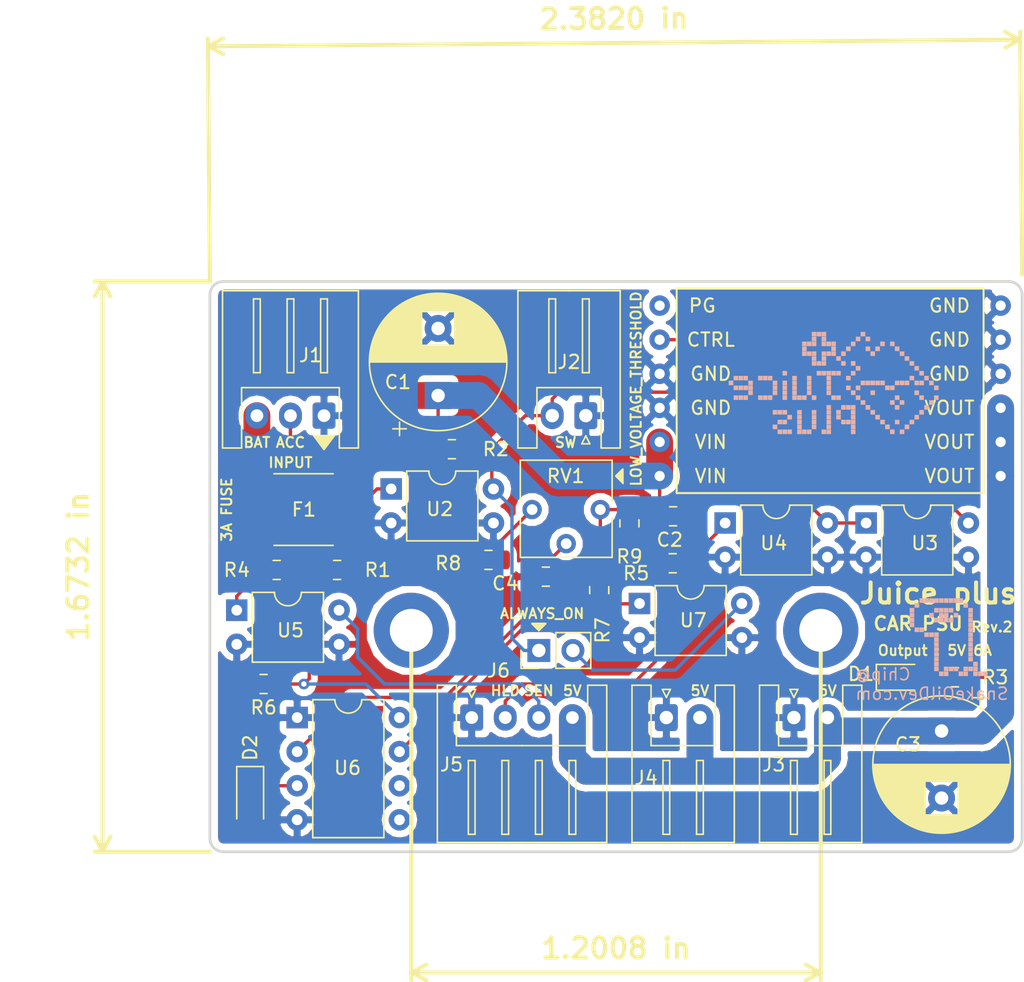
<source format=kicad_pcb>
(kicad_pcb (version 20171130) (host pcbnew 5.1.9+dfsg1-1)
  (layers (0 F.Cu signal) (31 B.Cu signal) (34 B.Paste user) (35 F.Paste user) (36 B.SilkS user) (37 F.SilkS user) (38 B.Mask user) (39 F.Mask user) (44 Edge.Cuts user))
  (net 0 "")
  (net 1 GND)
  (net 2 VCC)
  (net 3 VOUT)
  (net 4 "Net-(D1-Pad2)")
  (net 5 "Net-(F1-Pad2)")
  (net 6 V_ACC)
  (net 7 SW)
  (net 8 SELF_PWR)
  (net 9 PWR_SENSE)
  (net 10 "Net-(R1-Pad1)")
  (net 11 "Net-(R4-Pad1)")
  (net 12 "Net-(R5-Pad1)")
  (net 13 "Net-(U1-Pad1)")
  (net 14 EN)
  (net 15 "Net-(D2-Pad1)")
  (net 16 "Net-(J6-Pad2)")
  (net 17 "Net-(R7-Pad1)")
  (net 18 "Net-(RV1-Pad2)")
  (net 19 "Net-(U6-Pad5)")
  (net 20 "Net-(U6-Pad6)")
  (net 21 "Net-(R8-Pad1)")
  (net 22 "Net-(C4-Pad1)")
  (module Resistor_SMD:R_0805_2012Metric_Pad1.15x1.40mm_HandSolder (layer F.Cu) (at 129.475 66 180)
    (fp_text reference R5 (at 2.725 -0.75 180) (layer F.SilkS))
    (fp_text value 1K)
    (pad 2 smd roundrect (at 1.025 0 180) (size 1.15 1.4) (layers F.Cu F.Paste F.Mask) (roundrect_rratio 0.217391) (net 8 SELF_PWR))
    (pad 1 smd roundrect (at -1.025 0 180) (size 1.15 1.4) (layers F.Cu F.Paste F.Mask) (roundrect_rratio 0.217391) (net 12 "Net-(R5-Pad1)"))
  )
  (module LED_SMD:LED_0805_2012Metric_Pad1.15x1.40mm_HandSolder (layer F.Cu) (at 146.5 74.5)
    (fp_text reference D1 (at -3 -0.25) (layer F.SilkS))
    (fp_text value LED)
    (pad 1 smd roundrect (at -1.025 0) (size 1.15 1.4) (layers F.Cu F.Paste F.Mask) (roundrect_rratio 0.217391) (net 1 GND))
    (pad 2 smd roundrect (at 1.025 0) (size 1.15 1.4) (layers F.Cu F.Paste F.Mask) (roundrect_rratio 0.217391) (net 4 "Net-(D1-Pad2)"))
  )
  (module Fuse:Fuse_2920_7451Metric_Pad2.10x5.45mm_HandSolder (layer F.Cu) (at 101.975 62 180)
    (fp_text reference F1 (at -0.025 0 180) (layer F.SilkS))
    (fp_text value Fuse)
    (pad 1 smd roundrect (at -3.475 0 180) (size 2.1 5.45) (layers F.Cu F.Paste F.Mask) (roundrect_rratio 0.119048) (net 2 VCC))
    (pad 2 smd roundrect (at 3.475 0 180) (size 2.1 5.45) (layers F.Cu F.Paste F.Mask) (roundrect_rratio 0.119048) (net 5 "Net-(F1-Pad2)"))
  )
  (module Connector_JST:JST_XH_S03B-XH-A_1x03_P2.50mm_Horizontal (layer F.Cu) (at 103.5 55 180)
    (fp_text reference J1 (at 1 4.5 180) (layer F.SilkS))
    (fp_text value PWR_IN)
    (pad 1 thru_hole roundrect (at 0 0 180) (size 1.7 1.95) (drill 0.95) (layers *.Cu *.Mask) (roundrect_rratio 0.147059) (net 1 GND))
    (pad 2 thru_hole oval (at 2.5 0 180) (size 1.7 1.95) (drill 0.95) (layers *.Cu *.Mask) (net 6 V_ACC))
    (pad 3 thru_hole oval (at 5 0 180) (size 1.7 1.95) (drill 0.95) (layers *.Cu *.Mask) (net 5 "Net-(F1-Pad2)"))
  )
  (module Connector_JST:JST_XH_S02B-XH-A_1x02_P2.50mm_Horizontal (layer F.Cu) (at 123 55 180)
    (fp_text reference J2 (at 1.25 4 180) (layer F.SilkS))
    (fp_text value SW)
    (pad 1 thru_hole roundrect (at 0 0 180) (size 1.7 2) (drill 1) (layers *.Cu *.Mask) (roundrect_rratio 0.147059) (net 1 GND))
    (pad 2 thru_hole oval (at 2.5 0 180) (size 1.7 2) (drill 1) (layers *.Cu *.Mask) (net 7 SW))
  )
  (module Connector_JST:JST_XH_S02B-XH-A_1x02_P2.50mm_Horizontal (layer F.Cu) (at 138.5 77.5)
    (fp_text reference J3 (at -1.5 3.5) (layer F.SilkS))
    (fp_text value VOUT_1)
    (pad 2 thru_hole oval (at 2.5 0) (size 1.7 2) (drill 1) (layers *.Cu *.Mask) (net 3 VOUT))
    (pad 1 thru_hole roundrect (at 0 0) (size 1.7 2) (drill 1) (layers *.Cu *.Mask) (roundrect_rratio 0.147059) (net 1 GND))
  )
  (module Connector_JST:JST_XH_S02B-XH-A_1x02_P2.50mm_Horizontal (layer F.Cu) (at 129 77.5)
    (fp_text reference J4 (at -1.5 4.5) (layer F.SilkS))
    (fp_text value VOUT_2)
    (pad 1 thru_hole roundrect (at 0 0) (size 1.7 2) (drill 1) (layers *.Cu *.Mask) (roundrect_rratio 0.147059) (net 1 GND))
    (pad 2 thru_hole oval (at 2.5 0) (size 1.7 2) (drill 1) (layers *.Cu *.Mask) (net 3 VOUT))
  )
  (module Connector_JST:JST_XH_S04B-XH-A_1x04_P2.50mm_Horizontal (layer F.Cu) (at 114.5 77.5)
    (fp_text reference J5 (at -1.5 3.5) (layer F.SilkS))
    (fp_text value VOUT_0)
    (pad 1 thru_hole roundrect (at 0 0) (size 1.7 1.95) (drill 0.95) (layers *.Cu *.Mask) (roundrect_rratio 0.147059) (net 1 GND))
    (pad 2 thru_hole oval (at 2.5 0) (size 1.7 1.95) (drill 0.95) (layers *.Cu *.Mask) (net 8 SELF_PWR))
    (pad 3 thru_hole oval (at 5 0) (size 1.7 1.95) (drill 0.95) (layers *.Cu *.Mask) (net 9 PWR_SENSE))
    (pad 4 thru_hole oval (at 7.5 0) (size 1.7 1.95) (drill 0.95) (layers *.Cu *.Mask) (net 3 VOUT))
  )
  (module Resistor_SMD:R_0805_2012Metric_Pad1.15x1.40mm_HandSolder (layer F.Cu) (at 104.475 66.5 180)
    (fp_text reference R1 (at -3.025 0 180) (layer F.SilkS))
    (fp_text value 4K7)
    (pad 2 smd roundrect (at 1.025 0 180) (size 1.15 1.4) (layers F.Cu F.Paste F.Mask) (roundrect_rratio 0.217391) (net 6 V_ACC))
    (pad 1 smd roundrect (at -1.025 0 180) (size 1.15 1.4) (layers F.Cu F.Paste F.Mask) (roundrect_rratio 0.217391) (net 10 "Net-(R1-Pad1)"))
  )
  (module Resistor_SMD:R_0805_2012Metric_Pad1.15x1.40mm_HandSolder (layer F.Cu) (at 113.025 57.5)
    (fp_text reference R2 (at 3.275 0) (layer F.SilkS))
    (fp_text value 4K7)
    (pad 1 smd roundrect (at -1.025 0) (size 1.15 1.4) (layers F.Cu F.Paste F.Mask) (roundrect_rratio 0.217391) (net 2 VCC))
    (pad 2 smd roundrect (at 1.025 0) (size 1.15 1.4) (layers F.Cu F.Paste F.Mask) (roundrect_rratio 0.217391) (net 7 SW))
  )
  (module Resistor_SMD:R_0805_2012Metric_Pad1.15x1.40mm_HandSolder (layer F.Cu) (at 150.5 74.5)
    (fp_text reference R3 (at 3 0) (layer F.SilkS))
    (fp_text value 4K7)
    (pad 1 smd roundrect (at -1.025 0) (size 1.15 1.4) (layers F.Cu F.Paste F.Mask) (roundrect_rratio 0.217391) (net 4 "Net-(D1-Pad2)"))
    (pad 2 smd roundrect (at 1.025 0) (size 1.15 1.4) (layers F.Cu F.Paste F.Mask) (roundrect_rratio 0.217391) (net 3 VOUT))
  )
  (module Resistor_SMD:R_0805_2012Metric_Pad1.15x1.40mm_HandSolder (layer F.Cu) (at 99.975 66.5)
    (fp_text reference R4 (at -2.975 0) (layer F.SilkS))
    (fp_text value 4K7)
    (pad 1 smd roundrect (at -1.025 0) (size 1.15 1.4) (layers F.Cu F.Paste F.Mask) (roundrect_rratio 0.217391) (net 11 "Net-(R4-Pad1)"))
    (pad 2 smd roundrect (at 1.025 0) (size 1.15 1.4) (layers F.Cu F.Paste F.Mask) (roundrect_rratio 0.217391) (net 6 V_ACC))
  )
  (module custom-footprints:buck-converter-akizuki-6A (layer F.Cu) (at 151.36 59.5)
    (fp_text reference U1 hide)
    (fp_text value buck-converter-akizuki-6A)
    (fp_text user PG (at -19.685 -12.7) (layer F.SilkS))
    (fp_text user CTRL (at -19.05 -10.16) (layer F.SilkS))
    (fp_text user GND (at -19.05 -7.62) (layer F.SilkS))
    (fp_text user GND (at -19.05 -5.08) (layer F.SilkS))
    (fp_text user VIN (at -19.05 -2.54) (layer F.SilkS))
    (fp_text user VIN (at -19.05 0) (layer F.SilkS))
    (fp_text user GND (at -1.27 -12.7) (layer F.SilkS))
    (fp_text user GND (at -1.27 -10.16) (layer F.SilkS))
    (fp_text user GND (at -1.27 -7.62) (layer F.SilkS))
    (fp_text user VOUT (at -1.27 -5.08) (layer F.SilkS))
    (fp_text user VOUT (at -1.27 -2.54) (layer F.SilkS))
    (fp_text user VOUT (at -1.27 0) (layer F.SilkS))
    (pad 1 thru_hole circle (at -22.86 -12.7) (size 1.524 1.524) (drill 0.762) (layers *.Cu *.Mask) (net 13 "Net-(U1-Pad1)"))
    (pad 2 thru_hole circle (at -22.86 -10.16) (size 1.524 1.524) (drill 0.762) (layers *.Cu *.Mask) (net 14 EN))
    (pad 3 thru_hole circle (at -22.86 -7.62) (size 1.524 1.524) (drill 0.762) (layers *.Cu *.Mask) (net 1 GND))
    (pad 4 thru_hole circle (at -22.86 -5.08) (size 1.524 1.524) (drill 0.762) (layers *.Cu *.Mask) (net 1 GND))
    (pad 5 thru_hole circle (at -22.86 -2.54) (size 1.524 1.524) (drill 0.762) (layers *.Cu *.Mask) (net 2 VCC))
    (pad 6 thru_hole circle (at -22.86 0) (size 1.524 1.524) (drill 0.762) (layers *.Cu *.Mask) (net 2 VCC))
    (pad 7 thru_hole circle (at 2.54 -12.7) (size 1.524 1.524) (drill 0.762) (layers *.Cu *.Mask) (net 1 GND))
    (pad 8 thru_hole circle (at 2.54 -10.16) (size 1.524 1.524) (drill 0.762) (layers *.Cu *.Mask) (net 1 GND))
    (pad 9 thru_hole circle (at 2.54 -7.62) (size 1.524 1.524) (drill 0.762) (layers *.Cu *.Mask) (net 1 GND))
    (pad 10 thru_hole circle (at 2.54 -5.08) (size 1.524 1.524) (drill 0.762) (layers *.Cu *.Mask) (net 3 VOUT))
    (pad 11 thru_hole circle (at 2.54 -2.54) (size 1.524 1.524) (drill 0.762) (layers *.Cu *.Mask) (net 3 VOUT))
    (pad 12 thru_hole circle (at 2.54 0) (size 1.524 1.524) (drill 0.762) (layers *.Cu *.Mask) (net 3 VOUT))
  )
  (module Package_DIP:DIP-4_W7.62mm (layer F.Cu) (at 108.5 60.46)
    (fp_text reference U2 (at 3.62 1.5) (layer F.SilkS))
    (fp_text value TLP785)
    (pad 4 thru_hole oval (at 7.62 0) (size 1.6 1.6) (drill 0.8) (layers *.Cu *.Mask) (net 7 SW))
    (pad 2 thru_hole oval (at 0 2.54) (size 1.6 1.6) (drill 0.8) (layers *.Cu *.Mask) (net 1 GND))
    (pad 3 thru_hole oval (at 7.62 2.54) (size 1.6 1.6) (drill 0.8) (layers *.Cu *.Mask) (net 1 GND))
    (pad 1 thru_hole rect (at 0 0) (size 1.6 1.6) (drill 0.8) (layers *.Cu *.Mask) (net 10 "Net-(R1-Pad1)"))
  )
  (module Package_DIP:DIP-4_W7.62mm (layer F.Cu) (at 143.88 63)
    (fp_text reference U3 (at 4.37 1.5) (layer F.SilkS))
    (fp_text value TLP785)
    (pad 1 thru_hole rect (at 0 0) (size 1.6 1.6) (drill 0.8) (layers *.Cu *.Mask) (net 7 SW))
    (pad 3 thru_hole oval (at 7.62 2.54) (size 1.6 1.6) (drill 0.8) (layers *.Cu *.Mask) (net 1 GND))
    (pad 2 thru_hole oval (at 0 2.54) (size 1.6 1.6) (drill 0.8) (layers *.Cu *.Mask) (net 1 GND))
    (pad 4 thru_hole oval (at 7.62 0) (size 1.6 1.6) (drill 0.8) (layers *.Cu *.Mask) (net 14 EN))
  )
  (module Package_DIP:DIP-4_W7.62mm (layer F.Cu) (at 133.38 63)
    (fp_text reference U4 (at 3.62 1.5) (layer F.SilkS))
    (fp_text value TLP785)
    (pad 1 thru_hole rect (at 0 0) (size 1.6 1.6) (drill 0.8) (layers *.Cu *.Mask) (net 12 "Net-(R5-Pad1)"))
    (pad 3 thru_hole oval (at 7.62 2.54) (size 1.6 1.6) (drill 0.8) (layers *.Cu *.Mask) (net 1 GND))
    (pad 2 thru_hole oval (at 0 2.54) (size 1.6 1.6) (drill 0.8) (layers *.Cu *.Mask) (net 1 GND))
    (pad 4 thru_hole oval (at 7.62 0) (size 1.6 1.6) (drill 0.8) (layers *.Cu *.Mask) (net 7 SW))
  )
  (module Package_DIP:DIP-4_W7.62mm (layer F.Cu) (at 97 69.5)
    (fp_text reference U5 (at 4 1.5) (layer F.SilkS))
    (fp_text value TLP785)
    (pad 4 thru_hole oval (at 7.62 0) (size 1.6 1.6) (drill 0.8) (layers *.Cu *.Mask) (net 9 PWR_SENSE))
    (pad 2 thru_hole oval (at 0 2.54) (size 1.6 1.6) (drill 0.8) (layers *.Cu *.Mask) (net 1 GND))
    (pad 3 thru_hole oval (at 7.62 2.54) (size 1.6 1.6) (drill 0.8) (layers *.Cu *.Mask) (net 1 GND))
    (pad 1 thru_hole rect (at 0 0) (size 1.6 1.6) (drill 0.8) (layers *.Cu *.Mask) (net 11 "Net-(R4-Pad1)"))
  )
  (module MountingHole:MountingHole_3.2mm_M3_DIN965_Pad (layer F.Cu) (at 110 71)
    (fp_text reference REF** hide)
    (fp_text value MountingHole_3.2mm_M3_DIN965_Pad hide)
    (pad 1 thru_hole circle (at 0 0) (size 5.6 5.6) (drill 3.2) (layers *.Cu *.Mask))
  )
  (module MountingHole:MountingHole_3.2mm_M3_DIN965_Pad (layer F.Cu) (at 140.5 71)
    (fp_text reference REF** hide)
    (fp_text value MountingHole_3.2mm_M3_DIN965_Pad hide)
    (pad 1 thru_hole circle (at 0 0) (size 5.6 5.6) (drill 3.2) (layers *.Cu *.Mask))
  )
  (module Capacitor_SMD:C_0805_2012Metric_Pad1.15x1.40mm_HandSolder (layer F.Cu) (at 129.5 62.5)
    (fp_text reference C2 (at -0.25 1.75) (layer F.SilkS))
    (fp_text value 100n)
    (pad 1 smd roundrect (at -1.025 0) (size 1.15 1.4) (layers F.Cu F.Paste F.Mask) (roundrect_rratio 0.217391) (net 2 VCC))
    (pad 2 smd roundrect (at 1.025 0) (size 1.15 1.4) (layers F.Cu F.Paste F.Mask) (roundrect_rratio 0.217391) (net 1 GND))
  )
  (module Capacitor_THT:CP_Radial_D10.0mm_P5.00mm (layer F.Cu) (at 112 53.5 90)
    (fp_text reference C1 (at 1 -3 180) (layer F.SilkS))
    (fp_text value CP)
    (pad 2 thru_hole circle (at 5 0 90) (size 2 2) (drill 1) (layers *.Cu *.Mask) (net 1 GND))
    (pad 1 thru_hole rect (at 0 0 90) (size 2 2) (drill 1) (layers *.Cu *.Mask) (net 2 VCC))
  )
  (module Capacitor_THT:CP_Radial_D10.0mm_P5.00mm (layer F.Cu) (at 149.5 78.5 270)
    (fp_text reference C3 (at 1 2.5) (layer F.SilkS))
    (fp_text value CP)
    (pad 1 thru_hole rect (at 0 0 270) (size 2 2) (drill 1) (layers *.Cu *.Mask) (net 3 VOUT))
    (pad 2 thru_hole circle (at 5 0 270) (size 2 2) (drill 1) (layers *.Cu *.Mask) (net 1 GND))
  )
  (module Diode_SMD:D_SOD-123 (layer F.Cu) (at 98 83.4 270)
    (fp_text reference D2 (at -3.65 0 270) (layer F.SilkS))
    (fp_text value D_Zener_ALT)
    (pad 1 smd rect (at -1.65 0 270) (size 0.9 1.2) (layers F.Cu F.Paste F.Mask) (net 15 "Net-(D2-Pad1)"))
    (pad 2 smd rect (at 1.65 0 270) (size 0.9 1.2) (layers F.Cu F.Paste F.Mask) (net 1 GND))
  )
  (module Connector_PinHeader_2.54mm:PinHeader_1x02_P2.54mm_Vertical (layer F.Cu) (at 119.5 72.5 90)
    (fp_text reference J6 (at -1.5 -3 180) (layer F.SilkS))
    (fp_text value ALWAYS_ON)
    (pad 1 thru_hole rect (at 0 0 90) (size 1.7 1.7) (drill 1) (layers *.Cu *.Mask) (net 7 SW))
    (pad 2 thru_hole oval (at 0 2.54 90) (size 1.7 1.7) (drill 1) (layers *.Cu *.Mask) (net 16 "Net-(J6-Pad2)"))
  )
  (module Resistor_SMD:R_0805_2012Metric_Pad1.15x1.40mm_HandSolder (layer F.Cu) (at 99 75)
    (fp_text reference R6 (at 0 1.75) (layer F.SilkS))
    (fp_text value 10K)
    (pad 2 smd roundrect (at 1.025 0) (size 1.15 1.4) (layers F.Cu F.Paste F.Mask) (roundrect_rratio 0.217391) (net 2 VCC))
    (pad 1 smd roundrect (at -1.025 0) (size 1.15 1.4) (layers F.Cu F.Paste F.Mask) (roundrect_rratio 0.217391) (net 15 "Net-(D2-Pad1)"))
  )
  (module Resistor_SMD:R_0805_2012Metric_Pad1.15x1.40mm_HandSolder (layer F.Cu) (at 124 68 90)
    (fp_text reference R7 (at -3 0.25 90) (layer F.SilkS))
    (fp_text value 4K7)
    (pad 1 smd roundrect (at -1.025 0 90) (size 1.15 1.4) (layers F.Cu F.Paste F.Mask) (roundrect_rratio 0.217391) (net 17 "Net-(R7-Pad1)"))
    (pad 2 smd roundrect (at 1.025 0 90) (size 1.15 1.4) (layers F.Cu F.Paste F.Mask) (roundrect_rratio 0.217391) (net 2 VCC))
  )
  (module Potentiometer_THT:Potentiometer_Vishay_T73YP_Vertical (layer F.Cu) (at 119 62 270)
    (fp_text reference RV1 (at -2.5 -2.5) (layer F.SilkS))
    (fp_text value 1K)
    (pad 3 thru_hole circle (at 0 -5.08 270) (size 1.44 1.44) (drill 0.8) (layers *.Cu *.Mask) (net 22 "Net-(C4-Pad1)"))
    (pad 2 thru_hole circle (at 2.54 -2.54 270) (size 1.44 1.44) (drill 0.8) (layers *.Cu *.Mask) (net 18 "Net-(RV1-Pad2)"))
    (pad 1 thru_hole circle (at 0 0 270) (size 1.44 1.44) (drill 0.8) (layers *.Cu *.Mask) (net 21 "Net-(R8-Pad1)"))
  )
  (module Package_DIP:DIP-8_W7.62mm (layer F.Cu) (at 101.5 77.5)
    (fp_text reference U6 (at 3.75 3.75) (layer F.SilkS))
    (fp_text value LM311)
    (pad 1 thru_hole rect (at 0 0) (size 1.6 1.6) (drill 0.8) (layers *.Cu *.Mask) (net 1 GND))
    (pad 5 thru_hole oval (at 7.62 7.62) (size 1.6 1.6) (drill 0.8) (layers *.Cu *.Mask) (net 19 "Net-(U6-Pad5)"))
    (pad 2 thru_hole oval (at 0 2.54) (size 1.6 1.6) (drill 0.8) (layers *.Cu *.Mask) (net 18 "Net-(RV1-Pad2)"))
    (pad 6 thru_hole oval (at 7.62 5.08) (size 1.6 1.6) (drill 0.8) (layers *.Cu *.Mask) (net 20 "Net-(U6-Pad6)"))
    (pad 3 thru_hole oval (at 0 5.08) (size 1.6 1.6) (drill 0.8) (layers *.Cu *.Mask) (net 15 "Net-(D2-Pad1)"))
    (pad 7 thru_hole oval (at 7.62 2.54) (size 1.6 1.6) (drill 0.8) (layers *.Cu *.Mask) (net 17 "Net-(R7-Pad1)"))
    (pad 4 thru_hole oval (at 0 7.62) (size 1.6 1.6) (drill 0.8) (layers *.Cu *.Mask) (net 1 GND))
    (pad 8 thru_hole oval (at 7.62 0) (size 1.6 1.6) (drill 0.8) (layers *.Cu *.Mask) (net 2 VCC))
  )
  (module Package_DIP:DIP-4_W7.62mm (layer F.Cu) (at 127 69)
    (fp_text reference U7 (at 4 1.25) (layer F.SilkS))
    (fp_text value TLP785)
    (pad 1 thru_hole rect (at 0 0) (size 1.6 1.6) (drill 0.8) (layers *.Cu *.Mask) (net 17 "Net-(R7-Pad1)"))
    (pad 3 thru_hole oval (at 7.62 2.54) (size 1.6 1.6) (drill 0.8) (layers *.Cu *.Mask) (net 1 GND))
    (pad 2 thru_hole oval (at 0 2.54) (size 1.6 1.6) (drill 0.8) (layers *.Cu *.Mask) (net 1 GND))
    (pad 4 thru_hole oval (at 7.62 0) (size 1.6 1.6) (drill 0.8) (layers *.Cu *.Mask) (net 16 "Net-(J6-Pad2)"))
  )
  (module Resistor_SMD:R_0805_2012Metric_Pad1.15x1.40mm_HandSolder (layer F.Cu) (at 115.75 65.75 180)
    (fp_text reference R8 (at 3 -0.25 180) (layer F.SilkS))
    (fp_text value 10K)
    (pad 2 smd roundrect (at 1.025 0 180) (size 1.15 1.4) (layers F.Cu F.Paste F.Mask) (roundrect_rratio 0.217391) (net 1 GND))
    (pad 1 smd roundrect (at -1.025 0 180) (size 1.15 1.4) (layers F.Cu F.Paste F.Mask) (roundrect_rratio 0.217391) (net 21 "Net-(R8-Pad1)"))
  )
  (module Resistor_SMD:R_0805_2012Metric_Pad1.15x1.40mm_HandSolder (layer F.Cu) (at 126.25 63.025 90)
    (fp_text reference R9 (at -2.475 0 180) (layer F.SilkS))
    (fp_text value 10K)
    (pad 1 smd roundrect (at -1.025 0 90) (size 1.15 1.4) (layers F.Cu F.Paste F.Mask) (roundrect_rratio 0.217391) (net 2 VCC))
    (pad 2 smd roundrect (at 1.025 0 90) (size 1.15 1.4) (layers F.Cu F.Paste F.Mask) (roundrect_rratio 0.217391) (net 22 "Net-(C4-Pad1)"))
  )
  (module Capacitor_SMD:C_0805_2012Metric_Pad1.15x1.40mm_HandSolder (layer F.Cu) (at 120.025 67 180)
    (fp_text reference C4 (at 3.025 -0.5 180) (layer F.SilkS))
    (fp_text value 1u)
    (pad 1 smd roundrect (at -1.025 0 180) (size 1.15 1.4) (layers F.Cu F.Paste F.Mask) (roundrect_rratio 0.217391) (net 22 "Net-(C4-Pad1)"))
    (pad 2 smd roundrect (at 1.025 0 180) (size 1.15 1.4) (layers F.Cu F.Paste F.Mask) (roundrect_rratio 0.217391) (net 1 GND))
  )
  (module custom-footprints:juice-plus_logo_3k (layer B.Cu) (at 141.5 52.5 180)
    (fp_text reference G*** hide)
    (fp_text value juice-plus_logo_3k hide)
  )
  (module custom-footprints:nezumi_logo_3k (layer B.Cu) (at 150 71.5 180)
    (fp_text reference G*** hide)
    (fp_text value nezumi_logo_3k hide)
  )
  (dimension 30.5 (width 0.3) (layer F.SilkS) (gr_text "30.500 mm" (at 125.25 98.6) (layer F.SilkS) (effects (font (size 1.5 1.5) (thickness 0.3)))) (feature1 (pts (xy 140.5 71) (xy 140.5 97.086421))) (feature2 (pts (xy 110 71) (xy 110 97.086421))) (crossbar (pts (xy 110 96.5) (xy 140.5 96.5))) (arrow1a (pts (xy 140.5 96.5) (xy 139.373496 97.086421))) (arrow1b (pts (xy 140.5 96.5) (xy 139.373496 95.913579))) (arrow2a (pts (xy 110 96.5) (xy 111.126504 97.086421))) (arrow2b (pts (xy 110 96.5) (xy 111.126504 95.913579))))
  (gr_text "Chip@\nSnakeOilDev.com" (at 143 75) (layer B.SilkS) (effects (font (size 0.9 0.9) (thickness 0.12)) (justify right mirror)))
  (dimension 60.502066 (width 0.3) (layer F.SilkS) (gr_text "60.502 mm" (at 125.087822 25.126476 0.4735080587) (layer F.SilkS) (effects (font (size 1.5 1.5) (thickness 0.3)))) (feature1 (pts (xy 155.5 44.5) (xy 155.350331 26.390004))) (feature2 (pts (xy 95 45) (xy 94.850331 26.890004))) (crossbar (pts (xy 94.855177 27.476404) (xy 155.355177 26.976404))) (arrow1a (pts (xy 155.355177 26.976404) (xy 154.233558 27.572114))) (arrow1b (pts (xy 155.355177 26.976404) (xy 154.223865 26.399313))) (arrow2a (pts (xy 94.855177 27.476404) (xy 95.986489 28.053495))) (arrow2b (pts (xy 94.855177 27.476404) (xy 95.976796 26.880694))))
  (dimension 42.5 (width 0.3) (layer F.SilkS) (gr_text "42.500 mm" (at 84.9 66.25 90) (layer F.SilkS) (effects (font (size 1.5 1.5) (thickness 0.3)))) (feature1 (pts (xy 95 45) (xy 86.413579 45))) (feature2 (pts (xy 95 87.5) (xy 86.413579 87.5))) (crossbar (pts (xy 87 87.5) (xy 87 45))) (arrow1a (pts (xy 87 45) (xy 87.586421 46.126504))) (arrow1b (pts (xy 87 45) (xy 86.413579 46.126504))) (arrow2a (pts (xy 87 87.5) (xy 87.586421 86.373496))) (arrow2b (pts (xy 87 87.5) (xy 86.413579 86.373496))))
  (gr_poly (pts (xy 119.5 71) (xy 119 70.5) (xy 120 70.5)) (layer F.SilkS) (width 0.15))
  (gr_poly (pts (xy 103.5 57.5) (xy 102.75 56.5) (xy 104.25 56.5)) (layer F.SilkS) (width 0.15))
  (gr_text INPUT (at 101 58.5) (layer F.SilkS) (effects (font (size 0.75 0.75))))
  (gr_text "CAR PSU" (at 147.75 70.5) (layer F.SilkS) (effects (font (size 1 1) (thickness 0.2))))
  (gr_poly (pts (xy 125.25 59.5) (xy 125.75 59) (xy 125.75 60)) (layer F.SilkS) (width 0.15))
  (gr_text ALWAYS_ON (at 119.75 69.75) (layer F.SilkS) (effects (font (size 0.75 0.75))))
  (gr_text LOW_VOLTAGE_THRESHOLD (at 126.75 53 90) (layer F.SilkS) (effects (font (size 0.75 0.75))))
  (gr_text "Output : 5V 6A" (at 149 72.5) (layer F.SilkS) (effects (font (size 0.75 0.75))))
  (gr_arc (start 96 86.5) (end 95 86.5) (angle -90) (layer Edge.Cuts) (width 0.2))
  (gr_arc (start 154.5 86.5) (end 154.5 87.5) (angle -90) (layer Edge.Cuts) (width 0.2))
  (gr_arc (start 154.5 46) (end 155.5 46) (angle -90) (layer Edge.Cuts) (width 0.2))
  (gr_arc (start 96 46) (end 96 45) (angle -90) (layer Edge.Cuts) (width 0.2))
  (gr_text Rev.2 (at 153.25 70.75) (layer F.SilkS) (effects (font (size 0.75 0.75))))
  (gr_text "Juice plus" (at 149.25 68.25) (layer F.SilkS) (effects (font (size 1.5 1.5) (thickness 0.3))))
  (gr_text "3A FUSE" (at 96.25 62 90) (layer F.SilkS) (effects (font (size 0.75 0.75))))
  (gr_text SW (at 121.5 57) (layer F.SilkS) (effects (font (size 0.75 0.75))))
  (gr_text ACC (at 101 57) (layer F.SilkS) (effects (font (size 0.75 0.75))))
  (gr_text BAT (at 98.5 57) (layer F.SilkS) (effects (font (size 0.75 0.75))))
  (gr_text 5V (at 131.5 75.5) (layer F.SilkS) (effects (font (size 0.75 0.75))))
  (gr_text 5V (at 141 75.5) (layer F.SilkS) (effects (font (size 0.75 0.75))))
  (gr_text 5V (at 122 75.5) (layer F.SilkS) (effects (font (size 0.75 0.75))))
  (gr_text SEN (at 119.5 75.5) (layer F.SilkS) (effects (font (size 0.75 0.75))))
  (gr_text HLD (at 117 75.5) (layer F.SilkS) (effects (font (size 0.75 0.75))))
  (gr_line (start 95 86.5) (end 95 46) (layer Edge.Cuts) (width 0.2))
  (gr_line (start 154.5 87.5) (end 96 87.5) (layer Edge.Cuts) (width 0.2))
  (gr_line (start 155.5 46) (end 155.5 86.5) (layer Edge.Cuts) (width 0.2))
  (gr_line (start 96 45) (end 154.5 45) (layer Edge.Cuts) (width 0.2))
  (segment (start 128.5 59.5) (end 128.5 56.96) (width 2) (layer F.Cu) (net 2))
  (segment (start 105.45 60.55) (end 105.45 62) (width 2) (layer F.Cu) (net 2))
  (segment (start 105.45 62) (end 105.45 57.55) (width 2) (layer F.Cu) (net 2))
  (segment (start 105.45 57.55) (end 109.5 53.5) (width 2) (layer F.Cu) (net 2))
  (segment (start 109.5 53.5) (end 112 53.5) (width 2) (layer F.Cu) (net 2))
  (segment (start 112 53.5) (end 115 53.5) (width 2) (layer B.Cu) (net 2))
  (segment (start 115 53.5) (end 121 59.5) (width 2) (layer B.Cu) (net 2))
  (segment (start 128.5 62.475) (end 128.475 62.5) (width 0.25) (layer F.Cu) (net 2))
  (segment (start 128.5 59.5) (end 128.5 62.475) (width 0.25) (layer F.Cu) (net 2))
  (segment (start 121 59.5) (end 124 59.5) (width 2) (layer B.Cu) (net 2))
  (segment (start 124.08 59.58) (end 124 59.5) (width 0.25) (layer B.Cu) (net 2))
  (segment (start 124 59.5) (end 128.5 59.5) (width 2) (layer B.Cu) (net 2))
  (segment (start 112 57.5) (end 112 53.5) (width 0.25) (layer F.Cu) (net 2))
  (via (at 102 75) (size 0.8) (drill 0.4) (layers F.Cu B.Cu) (net 2))
  (segment (start 100.025 75) (end 102 75) (width 0.25) (layer F.Cu) (net 2))
  (segment (start 106.62 75) (end 109.12 77.5) (width 0.25) (layer B.Cu) (net 2))
  (segment (start 102 75) (end 106.62 75) (width 0.25) (layer B.Cu) (net 2))
  (segment (start 102 75) (end 102.399999 74.600001) (width 0.25) (layer F.Cu) (net 2))
  (segment (start 102.399999 69.138191) (end 104.5 67.03819) (width 0.25) (layer F.Cu) (net 2))
  (segment (start 102.399999 74.600001) (end 102.399999 69.138191) (width 0.25) (layer F.Cu) (net 2))
  (segment (start 105.45 64.825) (end 105.45 62) (width 0.25) (layer F.Cu) (net 2))
  (segment (start 104.5 67.03819) (end 104.5 65.775) (width 0.25) (layer F.Cu) (net 2))
  (segment (start 104.5 65.775) (end 105.45 64.825) (width 0.25) (layer F.Cu) (net 2))
  (segment (start 124 66.3) (end 126.25 64.05) (width 0.25) (layer F.Cu) (net 2))
  (segment (start 124 66.975) (end 124 66.3) (width 0.25) (layer F.Cu) (net 2))
  (segment (start 127.8 62.5) (end 128.475 62.5) (width 0.25) (layer F.Cu) (net 2))
  (segment (start 126.25 64.05) (end 127.8 62.5) (width 0.25) (layer F.Cu) (net 2))
  (segment (start 153.9 54.42) (end 153.9 59.5) (width 2) (layer B.Cu) (net 3))
  (segment (start 153.9 54.42) (end 153.9 59.5) (width 2) (layer F.Cu) (net 3))
  (segment (start 153.85 62.45) (end 153.9 62.5) (width 0.25) (layer F.Cu) (net 3))
  (segment (start 152.5 78.5) (end 149.5 78.5) (width 2) (layer F.Cu) (net 3))
  (segment (start 153.9 77.1) (end 152.5 78.5) (width 2) (layer F.Cu) (net 3))
  (segment (start 122 80.475) (end 122 77.5) (width 2) (layer F.Cu) (net 3))
  (segment (start 123.025 81.5) (end 122 80.475) (width 2) (layer F.Cu) (net 3))
  (segment (start 141 80.5) (end 140 81.5) (width 2) (layer F.Cu) (net 3))
  (segment (start 149.5 78.5) (end 141 78.5) (width 2) (layer F.Cu) (net 3))
  (segment (start 141 77.5) (end 141 78.5) (width 2) (layer F.Cu) (net 3))
  (segment (start 141 78.5) (end 141 80.5) (width 2) (layer F.Cu) (net 3))
  (segment (start 131.5 77.5) (end 131.5 81.5) (width 2) (layer F.Cu) (net 3))
  (segment (start 140 81.5) (end 131.5 81.5) (width 2) (layer F.Cu) (net 3))
  (segment (start 131.5 81.5) (end 123.025 81.5) (width 2) (layer F.Cu) (net 3))
  (segment (start 122 80.475) (end 123.025 81.5) (width 2) (layer B.Cu) (net 3))
  (segment (start 122 77.5) (end 122 80.475) (width 2) (layer B.Cu) (net 3))
  (segment (start 123.025 81.5) (end 140 81.5) (width 2) (layer B.Cu) (net 3))
  (segment (start 141 80.5) (end 141 77.5) (width 2) (layer B.Cu) (net 3))
  (segment (start 140 81.5) (end 141 80.5) (width 2) (layer B.Cu) (net 3))
  (segment (start 131.5 77.5) (end 131.5 81.5) (width 2) (layer B.Cu) (net 3))
  (segment (start 149.5 78.5) (end 141 78.5) (width 2) (layer B.Cu) (net 3))
  (segment (start 153.9 59.5) (end 153.9 77.1) (width 2) (layer B.Cu) (net 3))
  (segment (start 152.5 78.5) (end 149.5 78.5) (width 2) (layer B.Cu) (net 3))
  (segment (start 153.9 77.1) (end 152.5 78.5) (width 2) (layer B.Cu) (net 3))
  (segment (start 151.525 74.5) (end 153.9 74.5) (width 0.25) (layer F.Cu) (net 3))
  (segment (start 153.9 59.5) (end 153.9 74.5) (width 2) (layer F.Cu) (net 3))
  (segment (start 153.9 74.5) (end 153.9 77.1) (width 2) (layer F.Cu) (net 3))
  (segment (start 147.525 74.5) (end 149.475 74.5) (width 0.25) (layer F.Cu) (net 4))
  (segment (start 98.5 55) (end 98.5 62) (width 2) (layer F.Cu) (net 5))
  (segment (start 101 56.225) (end 101 66.5) (width 0.25) (layer F.Cu) (net 6))
  (segment (start 101 55) (end 101 56.225) (width 0.25) (layer F.Cu) (net 6))
  (segment (start 101 66.5) (end 103.45 66.5) (width 0.25) (layer F.Cu) (net 6))
  (segment (start 141 63) (end 143.88 63) (width 0.25) (layer F.Cu) (net 7))
  (segment (start 116 60.34) (end 116.12 60.46) (width 0.25) (layer F.Cu) (net 7))
  (segment (start 116 57.5) (end 116 60.34) (width 0.25) (layer F.Cu) (net 7))
  (segment (start 118.5 55) (end 120.5 55) (width 0.25) (layer F.Cu) (net 7))
  (segment (start 116 57.5) (end 118.5 55) (width 0.25) (layer F.Cu) (net 7))
  (segment (start 120.5 53.75) (end 121 53.25) (width 0.25) (layer F.Cu) (net 7))
  (segment (start 120.5 55) (end 120.5 53.75) (width 0.25) (layer F.Cu) (net 7))
  (segment (start 131.25 53.25) (end 141 63) (width 0.25) (layer F.Cu) (net 7))
  (segment (start 121 53.25) (end 131.25 53.25) (width 0.25) (layer F.Cu) (net 7))
  (segment (start 116 57.5) (end 114.05 57.5) (width 0.25) (layer F.Cu) (net 7))
  (segment (start 117.5 61.84) (end 116.12 60.46) (width 0.25) (layer B.Cu) (net 7))
  (segment (start 118.4 72.5) (end 117.5 71.6) (width 0.25) (layer B.Cu) (net 7))
  (segment (start 119.5 72.5) (end 118.4 72.5) (width 0.25) (layer B.Cu) (net 7))
  (segment (start 117.5 71.6) (end 117.5 61.84) (width 0.25) (layer B.Cu) (net 7))
  (segment (start 117 76.275) (end 118.275 75) (width 0.25) (layer F.Cu) (net 8))
  (segment (start 117 77.5) (end 117 76.275) (width 0.25) (layer F.Cu) (net 8))
  (segment (start 118.275 75) (end 126.5 75) (width 0.25) (layer F.Cu) (net 8))
  (segment (start 128.45 73.05) (end 128.45 66) (width 0.25) (layer F.Cu) (net 8))
  (segment (start 126.5 75) (end 128.45 73.05) (width 0.25) (layer F.Cu) (net 8))
  (segment (start 104.62 69.5) (end 106 70.88) (width 0.25) (layer B.Cu) (net 9))
  (segment (start 106 70.88) (end 106 73) (width 0.25) (layer B.Cu) (net 9))
  (segment (start 106 73) (end 108 75) (width 0.25) (layer B.Cu) (net 9))
  (segment (start 108 75) (end 117.125 75) (width 0.25) (layer B.Cu) (net 9))
  (segment (start 119.46 77.46) (end 119.5 77.5) (width 0.25) (layer B.Cu) (net 9))
  (segment (start 118.225 75) (end 118 75) (width 0.25) (layer B.Cu) (net 9))
  (segment (start 119.5 76.275) (end 118.225 75) (width 0.25) (layer B.Cu) (net 9))
  (segment (start 119.5 77.5) (end 119.5 76.275) (width 0.25) (layer B.Cu) (net 9))
  (segment (start 117.125 75) (end 118 75) (width 0.25) (layer B.Cu) (net 9))
  (segment (start 106.175 66.5) (end 107 65.675) (width 0.25) (layer F.Cu) (net 10))
  (segment (start 105.5 66.5) (end 106.175 66.5) (width 0.25) (layer F.Cu) (net 10))
  (segment (start 107.45 60.46) (end 108.5 60.46) (width 0.25) (layer F.Cu) (net 10))
  (segment (start 107 65.675) (end 107 60.91) (width 0.25) (layer F.Cu) (net 10))
  (segment (start 107 60.91) (end 107.45 60.46) (width 0.25) (layer F.Cu) (net 10))
  (segment (start 97 68.45) (end 98.95 66.5) (width 0.25) (layer F.Cu) (net 11))
  (segment (start 97 69.5) (end 97 68.45) (width 0.25) (layer F.Cu) (net 11))
  (segment (start 133.38 63.12) (end 133.38 63) (width 0.25) (layer F.Cu) (net 12))
  (segment (start 130.5 66) (end 133.38 63.12) (width 0.25) (layer F.Cu) (net 12))
  (segment (start 137.84 49.34) (end 151.5 63) (width 0.25) (layer F.Cu) (net 14))
  (segment (start 128.5 49.34) (end 137.84 49.34) (width 0.25) (layer F.Cu) (net 14))
  (segment (start 101.42 82.5) (end 101.5 82.58) (width 0.25) (layer F.Cu) (net 15))
  (segment (start 97.975 81.725) (end 98 81.75) (width 0.25) (layer F.Cu) (net 15))
  (segment (start 97.975 75) (end 97.975 81.725) (width 0.25) (layer F.Cu) (net 15))
  (segment (start 98 82.45) (end 98 81.75) (width 0.25) (layer F.Cu) (net 15))
  (segment (start 101.5 82.58) (end 98.13 82.58) (width 0.25) (layer F.Cu) (net 15))
  (segment (start 98.13 82.58) (end 98 82.45) (width 0.25) (layer F.Cu) (net 15))
  (segment (start 122.04 72.5) (end 123.5 73.96) (width 0.25) (layer B.Cu) (net 16))
  (segment (start 129.66 73.96) (end 134.62 69) (width 0.25) (layer B.Cu) (net 16))
  (segment (start 123.5 73.96) (end 129.66 73.96) (width 0.25) (layer B.Cu) (net 16))
  (segment (start 126.975 69.025) (end 127 69) (width 0.25) (layer F.Cu) (net 17))
  (segment (start 124 69.025) (end 126.975 69.025) (width 0.25) (layer F.Cu) (net 17))
  (segment (start 109.12 80.04) (end 120.16 69) (width 0.25) (layer F.Cu) (net 17))
  (segment (start 120.185 69.025) (end 124 69.025) (width 0.25) (layer F.Cu) (net 17))
  (segment (start 120.16 69) (end 120.185 69.025) (width 0.25) (layer F.Cu) (net 17))
  (segment (start 119.98001 66.09999) (end 121.54 64.54) (width 0.25) (layer F.Cu) (net 18))
  (segment (start 119.90001 66.09999) (end 119.98001 66.09999) (width 0.25) (layer F.Cu) (net 18))
  (segment (start 112.5 76) (end 119.90001 68.59999) (width 0.25) (layer F.Cu) (net 18))
  (segment (start 101.5 80.04) (end 105.54 76) (width 0.25) (layer F.Cu) (net 18))
  (segment (start 119.90001 68.59999) (end 119.90001 66.09999) (width 0.25) (layer F.Cu) (net 18))
  (segment (start 105.54 76) (end 112.5 76) (width 0.25) (layer F.Cu) (net 18))
  (segment (start 116.775 64.225) (end 119 62) (width 0.25) (layer F.Cu) (net 21))
  (segment (start 116.775 65.75) (end 116.775 64.225) (width 0.25) (layer F.Cu) (net 21))
  (segment (start 124 62.08) (end 124.08 62) (width 0.25) (layer F.Cu) (net 22))
  (segment (start 124.08 62) (end 126.25 62) (width 0.25) (layer F.Cu) (net 22))
  (segment (start 124.08 63.97) (end 124.08 62) (width 0.25) (layer F.Cu) (net 22))
  (segment (start 121.05 67) (end 124.08 63.97) (width 0.25) (layer F.Cu) (net 22))
  (zone (net 1) (net_name GND) (layer F.Cu) (connect_pads (clearance 0.508)) (min_thickness 0.254) (fill yes (arc_segments 16) (thermal_gap 0.508) (thermal_bridge_width 0.508))
    (polygon (pts (xy 95 45) (xy 155.5 45) (xy 155.5 87.5) (xy 95 87.5)))
  )
  (zone (net 1) (net_name GND) (layer B.Cu) (connect_pads (clearance 0.508)) (min_thickness 0.254) (fill yes (arc_segments 16) (thermal_gap 0.508) (thermal_bridge_width 0.508))
    (polygon (pts (xy 95 45) (xy 155.5 45) (xy 155.5 87.5) (xy 95 87.5)))
  )
)
</source>
